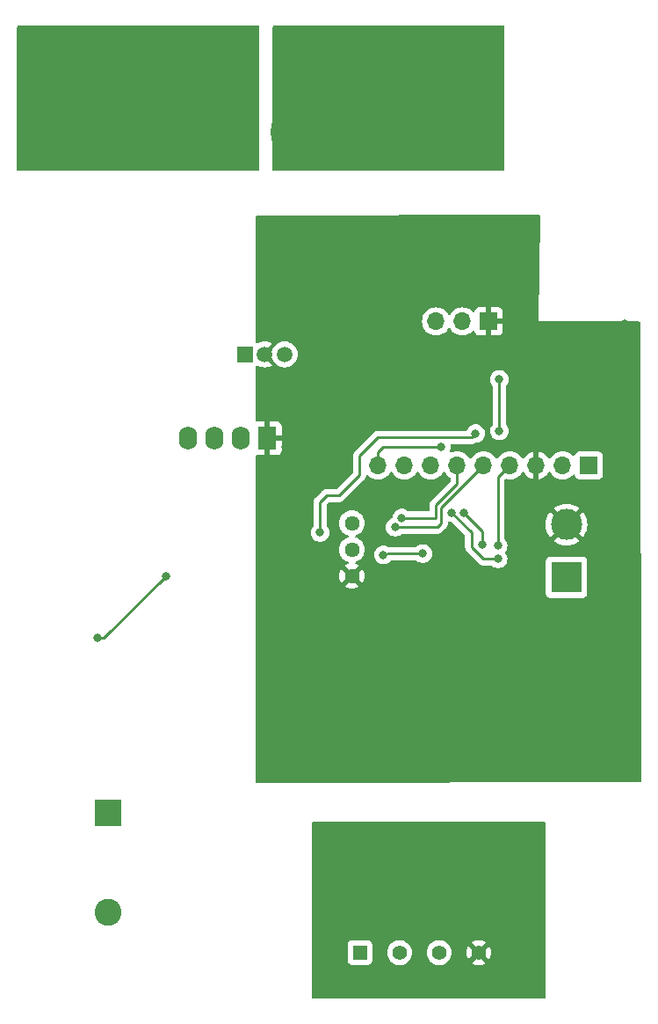
<source format=gbr>
%TF.GenerationSoftware,KiCad,Pcbnew,7.0.11-7.0.11~ubuntu20.04.1*%
%TF.CreationDate,2024-08-15T08:53:24+02:00*%
%TF.ProjectId,diyBMS_CurrentVoltage_ADS1115,64697942-4d53-45f4-9375-7272656e7456,rev?*%
%TF.SameCoordinates,Original*%
%TF.FileFunction,Copper,L2,Bot*%
%TF.FilePolarity,Positive*%
%FSLAX46Y46*%
G04 Gerber Fmt 4.6, Leading zero omitted, Abs format (unit mm)*
G04 Created by KiCad (PCBNEW 7.0.11-7.0.11~ubuntu20.04.1) date 2024-08-15 08:53:24*
%MOMM*%
%LPD*%
G01*
G04 APERTURE LIST*
G04 Aperture macros list*
%AMHorizOval*
0 Thick line with rounded ends*
0 $1 width*
0 $2 $3 position (X,Y) of the first rounded end (center of the circle)*
0 $4 $5 position (X,Y) of the second rounded end (center of the circle)*
0 Add line between two ends*
20,1,$1,$2,$3,$4,$5,0*
0 Add two circle primitives to create the rounded ends*
1,1,$1,$2,$3*
1,1,$1,$4,$5*%
G04 Aperture macros list end*
%TA.AperFunction,ComponentPad*%
%ADD10R,1.400000X1.400000*%
%TD*%
%TA.AperFunction,ComponentPad*%
%ADD11C,1.400000*%
%TD*%
%TA.AperFunction,ComponentPad*%
%ADD12R,1.700000X1.700000*%
%TD*%
%TA.AperFunction,ComponentPad*%
%ADD13O,1.700000X1.700000*%
%TD*%
%TA.AperFunction,ComponentPad*%
%ADD14C,3.200000*%
%TD*%
%TA.AperFunction,ComponentPad*%
%ADD15R,2.600000X2.600000*%
%TD*%
%TA.AperFunction,ComponentPad*%
%ADD16C,2.600000*%
%TD*%
%TA.AperFunction,ComponentPad*%
%ADD17R,1.500000X1.500000*%
%TD*%
%TA.AperFunction,ComponentPad*%
%ADD18C,1.500000*%
%TD*%
%TA.AperFunction,ComponentPad*%
%ADD19HorizOval,0.800000X0.000000X0.000000X0.000000X0.000000X0*%
%TD*%
%TA.AperFunction,ComponentPad*%
%ADD20HorizOval,0.800000X0.000000X0.000000X0.000000X0.000000X0*%
%TD*%
%TA.AperFunction,ComponentPad*%
%ADD21C,0.800000*%
%TD*%
%TA.AperFunction,ComponentPad*%
%ADD22O,9.000000X6.000000*%
%TD*%
%TA.AperFunction,ComponentPad*%
%ADD23R,3.000000X3.000000*%
%TD*%
%TA.AperFunction,ComponentPad*%
%ADD24C,3.000000*%
%TD*%
%TA.AperFunction,ComponentPad*%
%ADD25C,1.440000*%
%TD*%
%TA.AperFunction,ComponentPad*%
%ADD26R,1.750000X2.250000*%
%TD*%
%TA.AperFunction,ComponentPad*%
%ADD27O,1.750000X2.250000*%
%TD*%
%TA.AperFunction,ViaPad*%
%ADD28C,0.800000*%
%TD*%
%TA.AperFunction,Conductor*%
%ADD29C,0.250000*%
%TD*%
G04 APERTURE END LIST*
D10*
%TO.P,J3,1,Pin_1*%
%TO.N,VDD2*%
X57194000Y-96950000D03*
D11*
%TO.P,J3,2,Pin_2*%
%TO.N,A*%
X61004000Y-96950000D03*
%TO.P,J3,3,Pin_3*%
%TO.N,B*%
X64814000Y-96950000D03*
%TO.P,J3,4,Pin_4*%
%TO.N,GND2*%
X68624000Y-96950000D03*
%TD*%
D12*
%TO.P,J8,1,Pin_1*%
%TO.N,GND*%
X69596000Y-36195000D03*
D13*
%TO.P,J8,2,Pin_2*%
%TO.N,PA3*%
X67056000Y-36195000D03*
%TO.P,J8,3,Pin_3*%
%TO.N,PA4*%
X64516000Y-36195000D03*
%TD*%
D14*
%TO.P,J5,1,Pin_1*%
%TO.N,Net-(J5-Pin_1)*%
X35931000Y-9783000D03*
X31496000Y-9783000D03*
X27061000Y-9783000D03*
X35931000Y-14218000D03*
X31496000Y-14218000D03*
X27061000Y-14218000D03*
X35931000Y-18653000D03*
X31496000Y-18653000D03*
X27061000Y-18653000D03*
%TD*%
D12*
%TO.P,J2,1,Pin_1*%
%TO.N,+5V*%
X79248000Y-50038000D03*
D13*
%TO.P,J2,2,Pin_2*%
%TO.N,Net-(J2-Pin_2)*%
X76708000Y-50038000D03*
%TO.P,J2,3,Pin_3*%
%TO.N,GND*%
X74168000Y-50038000D03*
%TO.P,J2,4,Pin_4*%
%TO.N,XDIR*%
X71628000Y-50038000D03*
%TO.P,J2,5,Pin_5*%
%TO.N,SCL*%
X69088000Y-50038000D03*
%TO.P,J2,6,Pin_6*%
%TO.N,SDA*%
X66548000Y-50038000D03*
%TO.P,J2,7,Pin_7*%
%TO.N,TXD*%
X64008000Y-50038000D03*
%TO.P,J2,8,Pin_8*%
%TO.N,RXD*%
X61468000Y-50038000D03*
%TO.P,J2,9,Pin_9*%
%TO.N,PA5*%
X58928000Y-50038000D03*
%TD*%
D15*
%TO.P,J7,1,Pin_1*%
%TO.N,GND1*%
X32865000Y-83505000D03*
D16*
%TO.P,J7,2,Pin_2*%
%TO.N,Net-(J7-Pin_2)*%
X32865000Y-93025000D03*
%TD*%
D17*
%TO.P,U3,1,VCC*%
%TO.N,+5V*%
X46106000Y-39378000D03*
D18*
%TO.P,U3,2,GND*%
%TO.N,GND*%
X48016000Y-39378000D03*
%TO.P,U3,3,VIOUT*%
%TO.N,Net-(U3-VIOUT)*%
X49926000Y-39378000D03*
D19*
%TO.P,U3,4,IP+*%
%TO.N,Net-(J4-Pin_1)*%
X49066000Y-17348000D03*
D20*
X49066000Y-18608000D03*
D21*
X49816000Y-16318000D03*
X49816000Y-19638000D03*
X51016000Y-15928000D03*
X51016000Y-20028000D03*
X52346000Y-15928000D03*
X52346000Y-20028000D03*
D22*
X53016000Y-17978000D03*
D21*
X53686000Y-15928000D03*
X53686000Y-20028000D03*
X55016000Y-15928000D03*
X55016000Y-20028000D03*
X56216000Y-16318000D03*
X56216000Y-19638000D03*
X56966000Y-17348000D03*
X56966000Y-18608000D03*
%TO.P,U3,5,IP-*%
%TO.N,Net-(J5-Pin_1)*%
X39066000Y-17348000D03*
X39066000Y-18608000D03*
X39816000Y-16318000D03*
X39816000Y-19638000D03*
X41016000Y-15928000D03*
X41016000Y-20028000D03*
X42346000Y-15928000D03*
X42346000Y-20028000D03*
D22*
X43016000Y-17978000D03*
D21*
X43686000Y-15928000D03*
X43686000Y-20028000D03*
X45016000Y-15928000D03*
X45016000Y-20028000D03*
X46216000Y-16318000D03*
X46216000Y-19638000D03*
D20*
X46966000Y-17348000D03*
D19*
X46966000Y-18608000D03*
%TD*%
D23*
%TO.P,J6,1,Pin_1*%
%TO.N,+5V*%
X77089000Y-60833000D03*
D24*
%TO.P,J6,2,Pin_2*%
%TO.N,GND*%
X77089000Y-55753000D03*
%TD*%
D25*
%TO.P,RV1,1,1*%
%TO.N,+5V*%
X56406000Y-55616000D03*
%TO.P,RV1,2,2*%
%TO.N,Net-(U2-AIN3)*%
X56406000Y-58156000D03*
%TO.P,RV1,3,3*%
%TO.N,GND*%
X56406000Y-60696000D03*
%TD*%
D14*
%TO.P,J4,1,Pin_1*%
%TO.N,Net-(J4-Pin_1)*%
X68961000Y-9783000D03*
X64526000Y-9783000D03*
X60091000Y-9783000D03*
X68961000Y-14218000D03*
X64526000Y-14218000D03*
X60091000Y-14218000D03*
X68961000Y-18653000D03*
X64526000Y-18653000D03*
X60091000Y-18653000D03*
%TD*%
D26*
%TO.P,PS1,1,-Vin*%
%TO.N,GND*%
X48260000Y-47433500D03*
D27*
%TO.P,PS1,2,+Vin*%
%TO.N,+5V*%
X45720000Y-47433500D03*
%TO.P,PS1,3,-Vout*%
%TO.N,GND1*%
X43180000Y-47433500D03*
%TO.P,PS1,4,+Vout*%
%TO.N,+5VP*%
X40640000Y-47433500D03*
%TD*%
D28*
%TO.N,GND1*%
X31877000Y-66675000D03*
X38481000Y-60706000D03*
%TO.N,GND*%
X81026000Y-79502000D03*
X82677000Y-36449000D03*
X59944000Y-35560000D03*
X49022000Y-27686000D03*
X56134000Y-47752000D03*
X53340000Y-61341000D03*
X71374000Y-71374000D03*
X54864000Y-42672000D03*
X72771000Y-27178000D03*
X65532000Y-67310000D03*
X49784000Y-53848000D03*
X59690000Y-73025000D03*
X47625000Y-58928000D03*
X67310000Y-60452000D03*
X68580000Y-74676000D03*
X53848000Y-76708000D03*
X51943000Y-53086000D03*
X50038000Y-60960000D03*
X62485139Y-60567352D03*
X60452000Y-77216000D03*
X50038000Y-48260000D03*
X54991000Y-66929000D03*
%TO.N,GND2*%
X67818000Y-89408000D03*
X60706000Y-87630000D03*
%TO.N,SCL*%
X70612000Y-46736000D03*
X60579000Y-56007000D03*
X70612000Y-41783000D03*
%TO.N,SDA*%
X61214000Y-55118000D03*
%TO.N,TXD*%
X67183000Y-54610000D03*
X68961000Y-57658000D03*
%TO.N,RXD*%
X70485000Y-59055000D03*
X66040000Y-54610000D03*
%TO.N,PA5*%
X65024000Y-48260000D03*
%TO.N,ALERT*%
X53340000Y-56515000D03*
X68326000Y-46990000D03*
%TO.N,XDIR*%
X70485000Y-57785000D03*
%TO.N,Net-(U2-AIN3)*%
X59436000Y-58674000D03*
X63246000Y-58547000D03*
%TD*%
D29*
%TO.N,GND1*%
X32512000Y-66675000D02*
X38481000Y-60706000D01*
X31877000Y-66675000D02*
X32512000Y-66675000D01*
%TO.N,SCL*%
X60579000Y-56007000D02*
X64643000Y-56007000D01*
X65024000Y-55626000D02*
X65024000Y-54102000D01*
X64643000Y-56007000D02*
X65024000Y-55626000D01*
X70612000Y-41783000D02*
X70612000Y-46736000D01*
X65024000Y-54102000D02*
X69088000Y-50038000D01*
%TO.N,SDA*%
X64516000Y-55118000D02*
X61214000Y-55118000D01*
X64516000Y-53857305D02*
X64516000Y-55118000D01*
X66548000Y-50038000D02*
X66548000Y-51825305D01*
X66548000Y-51825305D02*
X64516000Y-53857305D01*
%TO.N,TXD*%
X67183000Y-54610000D02*
X68961000Y-56388000D01*
X68961000Y-56388000D02*
X68961000Y-57658000D01*
%TO.N,RXD*%
X70485000Y-59055000D02*
X69088000Y-59055000D01*
X69088000Y-59055000D02*
X67945000Y-57912000D01*
X67945000Y-57912000D02*
X67945000Y-56515000D01*
X67945000Y-56515000D02*
X66040000Y-54610000D01*
%TO.N,PA5*%
X59436000Y-48260000D02*
X65024000Y-48260000D01*
X58928000Y-50292000D02*
X58928000Y-48768000D01*
X58928000Y-48768000D02*
X59436000Y-48260000D01*
%TO.N,ALERT*%
X68326000Y-46990000D02*
X67945000Y-47371000D01*
X55155000Y-52973695D02*
X57150000Y-50978695D01*
X53340000Y-56515000D02*
X53340000Y-53594000D01*
X53340000Y-53594000D02*
X53960305Y-52973695D01*
X57150000Y-49149000D02*
X57150000Y-50927000D01*
X57150000Y-50978695D02*
X57150000Y-50927000D01*
X58928000Y-47371000D02*
X57150000Y-49149000D01*
X53960305Y-52973695D02*
X55155000Y-52973695D01*
X67945000Y-47371000D02*
X58928000Y-47371000D01*
%TO.N,XDIR*%
X70485000Y-57785000D02*
X70485000Y-51181000D01*
X70485000Y-51181000D02*
X71628000Y-50038000D01*
%TO.N,Net-(U2-AIN3)*%
X59944000Y-58547000D02*
X59436000Y-58674000D01*
X63246000Y-58547000D02*
X59944000Y-58547000D01*
%TD*%
%TA.AperFunction,Conductor*%
%TO.N,GND2*%
G36*
X75000039Y-84347685D02*
G01*
X75045794Y-84400489D01*
X75057000Y-84452000D01*
X75057000Y-101222000D01*
X75037315Y-101289039D01*
X74984511Y-101334794D01*
X74933000Y-101346000D01*
X52702000Y-101346000D01*
X52634961Y-101326315D01*
X52589206Y-101273511D01*
X52578000Y-101222000D01*
X52578000Y-97697870D01*
X55993500Y-97697870D01*
X55993501Y-97697876D01*
X55999908Y-97757483D01*
X56050202Y-97892328D01*
X56050206Y-97892335D01*
X56136452Y-98007544D01*
X56136455Y-98007547D01*
X56251664Y-98093793D01*
X56251671Y-98093797D01*
X56386517Y-98144091D01*
X56386516Y-98144091D01*
X56393444Y-98144835D01*
X56446127Y-98150500D01*
X57941872Y-98150499D01*
X58001483Y-98144091D01*
X58136331Y-98093796D01*
X58251546Y-98007546D01*
X58337796Y-97892331D01*
X58388091Y-97757483D01*
X58394500Y-97697873D01*
X58394499Y-96950000D01*
X59798357Y-96950000D01*
X59818884Y-97171535D01*
X59818885Y-97171537D01*
X59879769Y-97385523D01*
X59879775Y-97385538D01*
X59978938Y-97584683D01*
X59978943Y-97584691D01*
X60113020Y-97762238D01*
X60277437Y-97912123D01*
X60277439Y-97912125D01*
X60466595Y-98029245D01*
X60466596Y-98029245D01*
X60466599Y-98029247D01*
X60674060Y-98109618D01*
X60892757Y-98150500D01*
X60892759Y-98150500D01*
X61115241Y-98150500D01*
X61115243Y-98150500D01*
X61333940Y-98109618D01*
X61541401Y-98029247D01*
X61730562Y-97912124D01*
X61894981Y-97762236D01*
X62029058Y-97584689D01*
X62128229Y-97385528D01*
X62189115Y-97171536D01*
X62209643Y-96950000D01*
X63608357Y-96950000D01*
X63628884Y-97171535D01*
X63628885Y-97171537D01*
X63689769Y-97385523D01*
X63689775Y-97385538D01*
X63788938Y-97584683D01*
X63788943Y-97584691D01*
X63923020Y-97762238D01*
X64087437Y-97912123D01*
X64087439Y-97912125D01*
X64276595Y-98029245D01*
X64276596Y-98029245D01*
X64276599Y-98029247D01*
X64484060Y-98109618D01*
X64702757Y-98150500D01*
X64702759Y-98150500D01*
X64925241Y-98150500D01*
X64925243Y-98150500D01*
X65143940Y-98109618D01*
X65351401Y-98029247D01*
X65468278Y-97956880D01*
X67970672Y-97956880D01*
X68086821Y-98028797D01*
X68086822Y-98028798D01*
X68294195Y-98109134D01*
X68512807Y-98150000D01*
X68735193Y-98150000D01*
X68953809Y-98109133D01*
X69161168Y-98028801D01*
X69161181Y-98028795D01*
X69277326Y-97956879D01*
X68624001Y-97303553D01*
X68624000Y-97303553D01*
X67970672Y-97956879D01*
X67970672Y-97956880D01*
X65468278Y-97956880D01*
X65540562Y-97912124D01*
X65704981Y-97762236D01*
X65839058Y-97584689D01*
X65938229Y-97385528D01*
X65999115Y-97171536D01*
X66019643Y-96950000D01*
X67418859Y-96950000D01*
X67439378Y-97171439D01*
X67500240Y-97385350D01*
X67599369Y-97584428D01*
X67615137Y-97605308D01*
X67615138Y-97605308D01*
X68241145Y-96979302D01*
X68270372Y-96979302D01*
X68299047Y-97092538D01*
X68362936Y-97190327D01*
X68455115Y-97262072D01*
X68565595Y-97300000D01*
X68653005Y-97300000D01*
X68739216Y-97285614D01*
X68841947Y-97230019D01*
X68921060Y-97144079D01*
X68967982Y-97037108D01*
X68975200Y-96950000D01*
X68977553Y-96950000D01*
X69632861Y-97605308D01*
X69648631Y-97584425D01*
X69648633Y-97584422D01*
X69747759Y-97385350D01*
X69808621Y-97171439D01*
X69829141Y-96950000D01*
X69829141Y-96949999D01*
X69808621Y-96728560D01*
X69747759Y-96514649D01*
X69648635Y-96315580D01*
X69648630Y-96315572D01*
X69632860Y-96294690D01*
X68977553Y-96949999D01*
X68977553Y-96950000D01*
X68975200Y-96950000D01*
X68977628Y-96920698D01*
X68948953Y-96807462D01*
X68885064Y-96709673D01*
X68792885Y-96637928D01*
X68682405Y-96600000D01*
X68594995Y-96600000D01*
X68508784Y-96614386D01*
X68406053Y-96669981D01*
X68326940Y-96755921D01*
X68280018Y-96862892D01*
X68270372Y-96979302D01*
X68241145Y-96979302D01*
X68270447Y-96950000D01*
X67615138Y-96294691D01*
X67615137Y-96294691D01*
X67599368Y-96315574D01*
X67500240Y-96514649D01*
X67439378Y-96728560D01*
X67418859Y-96949999D01*
X67418859Y-96950000D01*
X66019643Y-96950000D01*
X65999115Y-96728464D01*
X65938229Y-96514472D01*
X65839188Y-96315572D01*
X65839061Y-96315316D01*
X65839056Y-96315308D01*
X65704979Y-96137761D01*
X65540562Y-95987876D01*
X65540560Y-95987874D01*
X65468278Y-95943119D01*
X67970671Y-95943119D01*
X68624000Y-96596447D01*
X68624001Y-96596447D01*
X69277327Y-95943119D01*
X69161178Y-95871202D01*
X69161177Y-95871201D01*
X68953804Y-95790865D01*
X68735193Y-95750000D01*
X68512807Y-95750000D01*
X68294195Y-95790865D01*
X68086824Y-95871200D01*
X68086823Y-95871201D01*
X67970671Y-95943119D01*
X65468278Y-95943119D01*
X65351404Y-95870754D01*
X65351398Y-95870752D01*
X65143940Y-95790382D01*
X64925243Y-95749500D01*
X64702757Y-95749500D01*
X64484060Y-95790382D01*
X64443219Y-95806204D01*
X64276601Y-95870752D01*
X64276595Y-95870754D01*
X64087439Y-95987874D01*
X64087437Y-95987876D01*
X63923020Y-96137761D01*
X63788943Y-96315308D01*
X63788938Y-96315316D01*
X63689775Y-96514461D01*
X63689769Y-96514476D01*
X63628885Y-96728462D01*
X63628884Y-96728464D01*
X63608357Y-96949999D01*
X63608357Y-96950000D01*
X62209643Y-96950000D01*
X62189115Y-96728464D01*
X62128229Y-96514472D01*
X62029188Y-96315572D01*
X62029061Y-96315316D01*
X62029056Y-96315308D01*
X61894979Y-96137761D01*
X61730562Y-95987876D01*
X61730560Y-95987874D01*
X61541404Y-95870754D01*
X61541398Y-95870752D01*
X61333940Y-95790382D01*
X61115243Y-95749500D01*
X60892757Y-95749500D01*
X60674060Y-95790382D01*
X60633219Y-95806204D01*
X60466601Y-95870752D01*
X60466595Y-95870754D01*
X60277439Y-95987874D01*
X60277437Y-95987876D01*
X60113020Y-96137761D01*
X59978943Y-96315308D01*
X59978938Y-96315316D01*
X59879775Y-96514461D01*
X59879769Y-96514476D01*
X59818885Y-96728462D01*
X59818884Y-96728464D01*
X59798357Y-96949999D01*
X59798357Y-96950000D01*
X58394499Y-96950000D01*
X58394499Y-96202128D01*
X58388091Y-96142517D01*
X58386318Y-96137764D01*
X58337797Y-96007671D01*
X58337793Y-96007664D01*
X58251547Y-95892455D01*
X58251544Y-95892452D01*
X58136335Y-95806206D01*
X58136328Y-95806202D01*
X58001482Y-95755908D01*
X58001483Y-95755908D01*
X57941883Y-95749501D01*
X57941881Y-95749500D01*
X57941873Y-95749500D01*
X57941864Y-95749500D01*
X56446129Y-95749500D01*
X56446123Y-95749501D01*
X56386516Y-95755908D01*
X56251671Y-95806202D01*
X56251664Y-95806206D01*
X56136455Y-95892452D01*
X56136452Y-95892455D01*
X56050206Y-96007664D01*
X56050202Y-96007671D01*
X55999908Y-96142517D01*
X55993501Y-96202116D01*
X55993501Y-96202123D01*
X55993500Y-96202135D01*
X55993500Y-97697870D01*
X52578000Y-97697870D01*
X52578000Y-84452000D01*
X52597685Y-84384961D01*
X52650489Y-84339206D01*
X52702000Y-84328000D01*
X74933000Y-84328000D01*
X75000039Y-84347685D01*
G37*
%TD.AperFunction*%
%TD*%
%TA.AperFunction,Conductor*%
%TO.N,GND*%
G36*
X74490132Y-25961259D02*
G01*
X74536067Y-26013907D01*
X74547439Y-26067339D01*
X74421999Y-36194999D01*
X74422000Y-36195000D01*
X84077355Y-36195000D01*
X84144394Y-36214685D01*
X84190149Y-36267489D01*
X84201354Y-36318645D01*
X84327644Y-80394068D01*
X84308152Y-80461163D01*
X84255479Y-80507069D01*
X84204068Y-80518422D01*
X47241423Y-80644575D01*
X47174317Y-80625120D01*
X47128382Y-80572472D01*
X47117000Y-80520576D01*
X47117000Y-62380870D01*
X75088500Y-62380870D01*
X75088501Y-62380876D01*
X75094908Y-62440483D01*
X75145202Y-62575328D01*
X75145206Y-62575335D01*
X75231452Y-62690544D01*
X75231455Y-62690547D01*
X75346664Y-62776793D01*
X75346671Y-62776797D01*
X75481517Y-62827091D01*
X75481516Y-62827091D01*
X75488444Y-62827835D01*
X75541127Y-62833500D01*
X78636872Y-62833499D01*
X78696483Y-62827091D01*
X78831331Y-62776796D01*
X78946546Y-62690546D01*
X79032796Y-62575331D01*
X79083091Y-62440483D01*
X79089500Y-62380873D01*
X79089499Y-59285128D01*
X79083091Y-59225517D01*
X79080990Y-59219885D01*
X79032797Y-59090671D01*
X79032793Y-59090664D01*
X78946547Y-58975455D01*
X78946544Y-58975452D01*
X78831335Y-58889206D01*
X78831328Y-58889202D01*
X78696482Y-58838908D01*
X78696483Y-58838908D01*
X78636883Y-58832501D01*
X78636881Y-58832500D01*
X78636873Y-58832500D01*
X78636864Y-58832500D01*
X75541129Y-58832500D01*
X75541123Y-58832501D01*
X75481516Y-58838908D01*
X75346671Y-58889202D01*
X75346664Y-58889206D01*
X75231455Y-58975452D01*
X75231452Y-58975455D01*
X75145206Y-59090664D01*
X75145202Y-59090671D01*
X75094908Y-59225517D01*
X75093001Y-59243259D01*
X75088501Y-59285123D01*
X75088500Y-59285135D01*
X75088500Y-62380870D01*
X47117000Y-62380870D01*
X47117000Y-58156001D01*
X55180838Y-58156001D01*
X55199450Y-58368741D01*
X55199452Y-58368752D01*
X55254721Y-58575022D01*
X55254723Y-58575026D01*
X55254724Y-58575030D01*
X55297171Y-58666058D01*
X55344977Y-58768578D01*
X55467472Y-58943521D01*
X55618478Y-59094527D01*
X55618481Y-59094529D01*
X55793419Y-59217021D01*
X55793421Y-59217022D01*
X55793420Y-59217022D01*
X55849680Y-59243256D01*
X55986970Y-59307276D01*
X55986983Y-59307279D01*
X55992064Y-59309130D01*
X55991390Y-59310978D01*
X56043680Y-59342857D01*
X56074204Y-59405707D01*
X56065903Y-59475082D01*
X56021413Y-59528956D01*
X55991904Y-59542432D01*
X55992236Y-59543342D01*
X55987140Y-59545197D01*
X55793671Y-59635412D01*
X55793669Y-59635413D01*
X55737969Y-59674415D01*
X55737968Y-59674415D01*
X56361600Y-60298046D01*
X56280852Y-60310835D01*
X56167955Y-60368359D01*
X56078359Y-60457955D01*
X56020835Y-60570852D01*
X56008046Y-60651599D01*
X55384415Y-60027968D01*
X55384415Y-60027969D01*
X55345413Y-60083669D01*
X55345412Y-60083671D01*
X55255197Y-60277140D01*
X55255194Y-60277146D01*
X55199945Y-60483337D01*
X55199944Y-60483345D01*
X55181340Y-60695997D01*
X55181340Y-60696002D01*
X55199944Y-60908654D01*
X55199945Y-60908662D01*
X55255194Y-61114853D01*
X55255197Y-61114859D01*
X55345413Y-61308329D01*
X55384415Y-61364030D01*
X56008046Y-60740399D01*
X56020835Y-60821148D01*
X56078359Y-60934045D01*
X56167955Y-61023641D01*
X56280852Y-61081165D01*
X56361599Y-61093953D01*
X55737968Y-61717584D01*
X55793663Y-61756582D01*
X55793669Y-61756586D01*
X55987140Y-61846802D01*
X55987146Y-61846805D01*
X56193337Y-61902054D01*
X56193345Y-61902055D01*
X56405998Y-61920660D01*
X56406002Y-61920660D01*
X56618654Y-61902055D01*
X56618662Y-61902054D01*
X56824853Y-61846805D01*
X56824864Y-61846801D01*
X57018325Y-61756589D01*
X57074030Y-61717583D01*
X56450401Y-61093953D01*
X56531148Y-61081165D01*
X56644045Y-61023641D01*
X56733641Y-60934045D01*
X56791165Y-60821148D01*
X56803953Y-60740400D01*
X57427583Y-61364029D01*
X57466589Y-61308325D01*
X57556801Y-61114864D01*
X57556805Y-61114853D01*
X57612054Y-60908662D01*
X57612055Y-60908654D01*
X57630660Y-60696002D01*
X57630660Y-60695997D01*
X57612055Y-60483345D01*
X57612054Y-60483337D01*
X57556805Y-60277146D01*
X57556802Y-60277140D01*
X57466586Y-60083669D01*
X57466582Y-60083663D01*
X57427584Y-60027968D01*
X56803953Y-60651599D01*
X56791165Y-60570852D01*
X56733641Y-60457955D01*
X56644045Y-60368359D01*
X56531148Y-60310835D01*
X56450400Y-60298046D01*
X57074030Y-59674415D01*
X57018329Y-59635413D01*
X56824859Y-59545197D01*
X56819764Y-59543342D01*
X56820455Y-59541443D01*
X56768325Y-59509667D01*
X56737797Y-59446820D01*
X56746093Y-59377444D01*
X56790579Y-59323567D01*
X56820257Y-59310014D01*
X56819936Y-59309130D01*
X56825013Y-59307280D01*
X56825030Y-59307276D01*
X57018581Y-59217021D01*
X57193519Y-59094529D01*
X57344529Y-58943519D01*
X57467021Y-58768581D01*
X57511125Y-58674000D01*
X58530540Y-58674000D01*
X58550326Y-58862256D01*
X58550327Y-58862259D01*
X58608818Y-59042277D01*
X58608821Y-59042284D01*
X58703467Y-59206216D01*
X58809131Y-59323567D01*
X58830129Y-59346888D01*
X58983265Y-59458148D01*
X58983270Y-59458151D01*
X59156192Y-59535142D01*
X59156197Y-59535144D01*
X59341354Y-59574500D01*
X59341355Y-59574500D01*
X59530644Y-59574500D01*
X59530646Y-59574500D01*
X59715803Y-59535144D01*
X59888730Y-59458151D01*
X60041871Y-59346888D01*
X60161949Y-59213527D01*
X60221436Y-59176879D01*
X60254099Y-59172500D01*
X62542252Y-59172500D01*
X62609291Y-59192185D01*
X62634400Y-59213526D01*
X62640126Y-59219885D01*
X62640130Y-59219889D01*
X62793265Y-59331148D01*
X62793270Y-59331151D01*
X62966192Y-59408142D01*
X62966197Y-59408144D01*
X63151354Y-59447500D01*
X63151355Y-59447500D01*
X63340644Y-59447500D01*
X63340646Y-59447500D01*
X63525803Y-59408144D01*
X63698730Y-59331151D01*
X63851871Y-59219888D01*
X63978533Y-59079216D01*
X64073179Y-58915284D01*
X64131674Y-58735256D01*
X64151460Y-58547000D01*
X64131674Y-58358744D01*
X64073179Y-58178716D01*
X63978533Y-58014784D01*
X63851871Y-57874112D01*
X63851870Y-57874111D01*
X63698734Y-57762851D01*
X63698729Y-57762848D01*
X63525807Y-57685857D01*
X63525802Y-57685855D01*
X63380001Y-57654865D01*
X63340646Y-57646500D01*
X63151354Y-57646500D01*
X63118897Y-57653398D01*
X62966197Y-57685855D01*
X62966192Y-57685857D01*
X62793270Y-57762848D01*
X62793265Y-57762851D01*
X62640130Y-57874110D01*
X62640126Y-57874114D01*
X62634400Y-57880474D01*
X62574913Y-57917121D01*
X62542252Y-57921500D01*
X59972584Y-57921500D01*
X59905545Y-57901815D01*
X59899698Y-57897818D01*
X59888729Y-57889848D01*
X59715807Y-57812857D01*
X59715802Y-57812855D01*
X59570001Y-57781865D01*
X59530646Y-57773500D01*
X59341354Y-57773500D01*
X59308897Y-57780398D01*
X59156197Y-57812855D01*
X59156192Y-57812857D01*
X58983270Y-57889848D01*
X58983265Y-57889851D01*
X58830129Y-58001111D01*
X58703466Y-58141785D01*
X58608821Y-58305715D01*
X58608818Y-58305722D01*
X58565195Y-58439981D01*
X58550326Y-58485744D01*
X58530540Y-58674000D01*
X57511125Y-58674000D01*
X57557276Y-58575030D01*
X57612549Y-58368747D01*
X57631162Y-58156000D01*
X57630924Y-58153284D01*
X57623532Y-58068792D01*
X57612549Y-57943253D01*
X57557276Y-57736970D01*
X57467021Y-57543419D01*
X57344529Y-57368481D01*
X57344527Y-57368478D01*
X57193521Y-57217472D01*
X57018578Y-57094977D01*
X57018579Y-57094977D01*
X56889547Y-57034809D01*
X56825030Y-57004724D01*
X56825023Y-57004722D01*
X56819936Y-57002870D01*
X56820709Y-57000746D01*
X56769305Y-56969424D01*
X56738766Y-56906581D01*
X56747050Y-56837204D01*
X56791528Y-56783320D01*
X56820315Y-56770172D01*
X56819936Y-56769130D01*
X56825013Y-56767280D01*
X56825030Y-56767276D01*
X57018581Y-56677021D01*
X57193519Y-56554529D01*
X57344529Y-56403519D01*
X57467021Y-56228581D01*
X57557276Y-56035030D01*
X57612549Y-55828747D01*
X57631162Y-55616000D01*
X57612549Y-55403253D01*
X57564211Y-55222851D01*
X57557278Y-55196977D01*
X57557277Y-55196976D01*
X57557276Y-55196970D01*
X57472380Y-55014913D01*
X57467022Y-55003421D01*
X57459725Y-54993000D01*
X57344529Y-54828481D01*
X57344527Y-54828478D01*
X57193521Y-54677472D01*
X57018578Y-54554977D01*
X57018579Y-54554977D01*
X56860564Y-54481294D01*
X56825030Y-54464724D01*
X56825026Y-54464723D01*
X56825022Y-54464721D01*
X56618752Y-54409452D01*
X56618748Y-54409451D01*
X56618747Y-54409451D01*
X56618746Y-54409450D01*
X56618741Y-54409450D01*
X56406002Y-54390838D01*
X56405998Y-54390838D01*
X56193258Y-54409450D01*
X56193247Y-54409452D01*
X55986977Y-54464721D01*
X55986968Y-54464725D01*
X55793421Y-54554977D01*
X55618478Y-54677472D01*
X55467472Y-54828478D01*
X55344977Y-55003421D01*
X55254725Y-55196968D01*
X55254721Y-55196977D01*
X55199452Y-55403247D01*
X55199450Y-55403258D01*
X55180838Y-55615998D01*
X55180838Y-55616001D01*
X55199450Y-55828741D01*
X55199452Y-55828752D01*
X55254721Y-56035022D01*
X55254723Y-56035026D01*
X55254724Y-56035030D01*
X55293004Y-56117121D01*
X55344977Y-56228578D01*
X55344978Y-56228580D01*
X55344979Y-56228581D01*
X55346820Y-56231210D01*
X55467472Y-56403521D01*
X55618478Y-56554527D01*
X55618481Y-56554529D01*
X55793419Y-56677021D01*
X55793421Y-56677022D01*
X55793420Y-56677022D01*
X55849680Y-56703256D01*
X55986970Y-56767276D01*
X55986983Y-56767279D01*
X55992064Y-56769130D01*
X55991292Y-56771250D01*
X56042710Y-56802594D01*
X56073237Y-56865442D01*
X56064939Y-56934817D01*
X56020452Y-56988693D01*
X55991685Y-57001830D01*
X55992064Y-57002870D01*
X55986972Y-57004723D01*
X55986970Y-57004724D01*
X55986968Y-57004725D01*
X55793421Y-57094977D01*
X55618478Y-57217472D01*
X55467472Y-57368478D01*
X55344977Y-57543421D01*
X55254725Y-57736968D01*
X55254721Y-57736977D01*
X55199452Y-57943247D01*
X55199450Y-57943258D01*
X55180838Y-58155998D01*
X55180838Y-58156001D01*
X47117000Y-58156001D01*
X47117000Y-56515000D01*
X52434540Y-56515000D01*
X52454326Y-56703256D01*
X52454327Y-56703259D01*
X52512818Y-56883277D01*
X52512821Y-56883284D01*
X52607467Y-57047216D01*
X52685529Y-57133912D01*
X52734129Y-57187888D01*
X52887265Y-57299148D01*
X52887270Y-57299151D01*
X53060192Y-57376142D01*
X53060197Y-57376144D01*
X53245354Y-57415500D01*
X53245355Y-57415500D01*
X53434644Y-57415500D01*
X53434646Y-57415500D01*
X53619803Y-57376144D01*
X53792730Y-57299151D01*
X53945871Y-57187888D01*
X54072533Y-57047216D01*
X54167179Y-56883284D01*
X54225674Y-56703256D01*
X54245460Y-56515000D01*
X54225674Y-56326744D01*
X54167179Y-56146716D01*
X54072533Y-55982784D01*
X54054499Y-55962755D01*
X53997350Y-55899284D01*
X53967120Y-55836292D01*
X53965500Y-55816312D01*
X53965500Y-53904452D01*
X53985185Y-53837413D01*
X54001819Y-53816771D01*
X54183076Y-53635514D01*
X54244399Y-53602029D01*
X54270757Y-53599195D01*
X55072257Y-53599195D01*
X55087877Y-53600919D01*
X55087904Y-53600634D01*
X55095660Y-53601366D01*
X55095667Y-53601368D01*
X55162873Y-53599256D01*
X55166768Y-53599195D01*
X55194346Y-53599195D01*
X55194350Y-53599195D01*
X55198324Y-53598692D01*
X55209963Y-53597775D01*
X55253627Y-53596404D01*
X55272869Y-53590812D01*
X55291912Y-53586869D01*
X55311792Y-53584359D01*
X55352401Y-53568280D01*
X55363444Y-53564498D01*
X55405390Y-53552313D01*
X55422629Y-53542117D01*
X55440103Y-53533557D01*
X55458727Y-53526183D01*
X55458727Y-53526182D01*
X55458732Y-53526181D01*
X55494083Y-53500495D01*
X55503814Y-53494103D01*
X55541420Y-53471865D01*
X55555589Y-53457694D01*
X55570379Y-53445063D01*
X55586587Y-53433289D01*
X55614438Y-53399621D01*
X55622279Y-53391004D01*
X57533788Y-51479496D01*
X57546042Y-51469681D01*
X57545859Y-51469459D01*
X57551868Y-51464486D01*
X57551877Y-51464481D01*
X57597949Y-51415417D01*
X57600566Y-51412718D01*
X57620120Y-51393166D01*
X57622576Y-51389998D01*
X57630156Y-51381122D01*
X57660062Y-51349277D01*
X57669715Y-51331715D01*
X57680389Y-51315465D01*
X57692673Y-51299631D01*
X57710019Y-51259545D01*
X57715157Y-51249057D01*
X57717088Y-51245546D01*
X57736197Y-51210787D01*
X57741177Y-51191386D01*
X57747478Y-51172983D01*
X57755438Y-51154591D01*
X57762272Y-51111436D01*
X57764635Y-51100026D01*
X57775028Y-51059550D01*
X57810767Y-50999513D01*
X57873291Y-50968329D01*
X57942750Y-50975897D01*
X57982813Y-51002709D01*
X58056599Y-51076495D01*
X58153384Y-51144265D01*
X58250165Y-51212032D01*
X58250167Y-51212033D01*
X58250170Y-51212035D01*
X58464337Y-51311903D01*
X58464343Y-51311904D01*
X58464344Y-51311905D01*
X58506383Y-51323169D01*
X58692592Y-51373063D01*
X58869034Y-51388500D01*
X58927999Y-51393659D01*
X58928000Y-51393659D01*
X58928001Y-51393659D01*
X58986966Y-51388500D01*
X59163408Y-51373063D01*
X59391663Y-51311903D01*
X59605830Y-51212035D01*
X59799401Y-51076495D01*
X59966495Y-50909401D01*
X60096425Y-50723842D01*
X60151002Y-50680217D01*
X60220500Y-50673023D01*
X60282855Y-50704546D01*
X60299575Y-50723842D01*
X60429281Y-50909082D01*
X60429505Y-50909401D01*
X60596599Y-51076495D01*
X60693384Y-51144265D01*
X60790165Y-51212032D01*
X60790167Y-51212033D01*
X60790170Y-51212035D01*
X61004337Y-51311903D01*
X61004343Y-51311904D01*
X61004344Y-51311905D01*
X61046383Y-51323169D01*
X61232592Y-51373063D01*
X61409034Y-51388500D01*
X61467999Y-51393659D01*
X61468000Y-51393659D01*
X61468001Y-51393659D01*
X61526966Y-51388500D01*
X61703408Y-51373063D01*
X61931663Y-51311903D01*
X62145830Y-51212035D01*
X62339401Y-51076495D01*
X62506495Y-50909401D01*
X62636425Y-50723842D01*
X62691002Y-50680217D01*
X62760500Y-50673023D01*
X62822855Y-50704546D01*
X62839575Y-50723842D01*
X62969281Y-50909082D01*
X62969505Y-50909401D01*
X63136599Y-51076495D01*
X63233384Y-51144265D01*
X63330165Y-51212032D01*
X63330167Y-51212033D01*
X63330170Y-51212035D01*
X63544337Y-51311903D01*
X63544343Y-51311904D01*
X63544344Y-51311905D01*
X63586383Y-51323169D01*
X63772592Y-51373063D01*
X63949034Y-51388500D01*
X64007999Y-51393659D01*
X64008000Y-51393659D01*
X64008001Y-51393659D01*
X64066966Y-51388500D01*
X64243408Y-51373063D01*
X64471663Y-51311903D01*
X64685830Y-51212035D01*
X64879401Y-51076495D01*
X65046495Y-50909401D01*
X65176425Y-50723842D01*
X65231002Y-50680217D01*
X65300500Y-50673023D01*
X65362855Y-50704546D01*
X65379575Y-50723842D01*
X65509281Y-50909082D01*
X65509505Y-50909401D01*
X65676599Y-51076495D01*
X65869624Y-51211653D01*
X65913248Y-51266228D01*
X65922500Y-51313226D01*
X65922500Y-51514851D01*
X65902815Y-51581890D01*
X65886181Y-51602532D01*
X64132208Y-53356504D01*
X64119951Y-53366325D01*
X64120134Y-53366546D01*
X64114122Y-53371519D01*
X64068098Y-53420528D01*
X64065391Y-53423321D01*
X64045889Y-53442822D01*
X64045875Y-53442839D01*
X64043407Y-53446020D01*
X64035843Y-53454875D01*
X64005937Y-53486723D01*
X64005936Y-53486725D01*
X63996284Y-53504281D01*
X63985610Y-53520531D01*
X63973329Y-53536366D01*
X63973324Y-53536373D01*
X63955975Y-53576463D01*
X63950838Y-53586949D01*
X63929803Y-53625211D01*
X63924822Y-53644612D01*
X63918521Y-53663015D01*
X63910562Y-53681407D01*
X63910561Y-53681410D01*
X63903728Y-53724548D01*
X63901360Y-53735979D01*
X63890501Y-53778276D01*
X63890500Y-53778287D01*
X63890500Y-53798321D01*
X63888973Y-53817720D01*
X63885840Y-53837499D01*
X63885840Y-53837500D01*
X63889950Y-53880979D01*
X63890500Y-53892648D01*
X63890500Y-54368500D01*
X63870815Y-54435539D01*
X63818011Y-54481294D01*
X63766500Y-54492500D01*
X61917748Y-54492500D01*
X61850709Y-54472815D01*
X61825600Y-54451474D01*
X61819873Y-54445114D01*
X61819869Y-54445110D01*
X61666734Y-54333851D01*
X61666729Y-54333848D01*
X61493807Y-54256857D01*
X61493802Y-54256855D01*
X61348001Y-54225865D01*
X61308646Y-54217500D01*
X61119354Y-54217500D01*
X61086897Y-54224398D01*
X60934197Y-54256855D01*
X60934192Y-54256857D01*
X60761270Y-54333848D01*
X60761265Y-54333851D01*
X60608129Y-54445111D01*
X60481466Y-54585785D01*
X60386821Y-54749715D01*
X60386818Y-54749722D01*
X60328327Y-54929740D01*
X60328326Y-54929744D01*
X60320054Y-55008451D01*
X60313410Y-55071661D01*
X60286825Y-55136276D01*
X60240526Y-55171978D01*
X60126267Y-55222850D01*
X60126265Y-55222851D01*
X59973129Y-55334111D01*
X59846466Y-55474785D01*
X59751821Y-55638715D01*
X59751818Y-55638722D01*
X59698800Y-55801896D01*
X59693326Y-55818744D01*
X59673540Y-56007000D01*
X59693326Y-56195256D01*
X59693327Y-56195259D01*
X59751818Y-56375277D01*
X59751821Y-56375284D01*
X59846467Y-56539216D01*
X59967401Y-56673526D01*
X59973129Y-56679888D01*
X60126265Y-56791148D01*
X60126270Y-56791151D01*
X60299192Y-56868142D01*
X60299197Y-56868144D01*
X60484354Y-56907500D01*
X60484355Y-56907500D01*
X60673644Y-56907500D01*
X60673646Y-56907500D01*
X60858803Y-56868144D01*
X61031730Y-56791151D01*
X61184871Y-56679888D01*
X61187788Y-56676647D01*
X61190600Y-56673526D01*
X61250087Y-56636879D01*
X61282748Y-56632500D01*
X64560257Y-56632500D01*
X64575877Y-56634224D01*
X64575904Y-56633939D01*
X64583660Y-56634671D01*
X64583667Y-56634673D01*
X64650873Y-56632561D01*
X64654768Y-56632500D01*
X64682346Y-56632500D01*
X64682350Y-56632500D01*
X64686324Y-56631997D01*
X64697963Y-56631080D01*
X64741627Y-56629709D01*
X64760869Y-56624117D01*
X64779912Y-56620174D01*
X64799792Y-56617664D01*
X64840401Y-56601585D01*
X64851444Y-56597803D01*
X64893390Y-56585618D01*
X64910629Y-56575422D01*
X64928103Y-56566862D01*
X64946727Y-56559488D01*
X64946727Y-56559487D01*
X64946732Y-56559486D01*
X64982083Y-56533800D01*
X64991814Y-56527408D01*
X65029420Y-56505170D01*
X65043586Y-56491003D01*
X65058381Y-56478368D01*
X65074584Y-56466596D01*
X65074583Y-56466596D01*
X65074587Y-56466594D01*
X65102437Y-56432928D01*
X65110279Y-56424310D01*
X65407785Y-56126803D01*
X65420041Y-56116987D01*
X65419858Y-56116765D01*
X65425870Y-56111790D01*
X65425877Y-56111786D01*
X65471949Y-56062722D01*
X65474566Y-56060023D01*
X65494120Y-56040471D01*
X65496576Y-56037303D01*
X65504156Y-56028427D01*
X65534062Y-55996582D01*
X65543713Y-55979024D01*
X65554396Y-55962761D01*
X65566673Y-55946936D01*
X65584021Y-55906844D01*
X65589151Y-55896371D01*
X65610197Y-55858092D01*
X65615180Y-55838680D01*
X65621481Y-55820280D01*
X65629437Y-55801896D01*
X65636270Y-55758748D01*
X65638633Y-55747338D01*
X65649500Y-55705019D01*
X65649500Y-55684983D01*
X65651027Y-55665582D01*
X65654160Y-55645803D01*
X65654160Y-55645800D01*
X65651023Y-55612620D01*
X65664309Y-55544025D01*
X65712572Y-55493503D01*
X65780488Y-55477094D01*
X65800251Y-55479657D01*
X65945354Y-55510500D01*
X66004548Y-55510500D01*
X66071587Y-55530185D01*
X66092229Y-55546819D01*
X67283181Y-56737771D01*
X67316666Y-56799094D01*
X67319500Y-56825452D01*
X67319500Y-57829255D01*
X67317775Y-57844872D01*
X67318061Y-57844899D01*
X67317326Y-57852665D01*
X67319439Y-57919872D01*
X67319500Y-57923767D01*
X67319500Y-57951357D01*
X67320003Y-57955335D01*
X67320918Y-57966967D01*
X67322290Y-58010624D01*
X67322291Y-58010627D01*
X67327880Y-58029867D01*
X67331824Y-58048911D01*
X67334336Y-58068792D01*
X67350414Y-58109403D01*
X67354197Y-58120452D01*
X67364525Y-58156001D01*
X67366382Y-58162390D01*
X67376040Y-58178722D01*
X67376580Y-58179634D01*
X67385138Y-58197103D01*
X67392514Y-58215732D01*
X67418181Y-58251060D01*
X67424593Y-58260821D01*
X67446828Y-58298417D01*
X67446833Y-58298424D01*
X67460990Y-58312580D01*
X67473628Y-58327376D01*
X67480640Y-58337028D01*
X67485406Y-58343587D01*
X67515812Y-58368741D01*
X67519057Y-58371425D01*
X67527698Y-58379288D01*
X68587197Y-59438788D01*
X68597022Y-59451051D01*
X68597243Y-59450869D01*
X68602211Y-59456874D01*
X68602213Y-59456876D01*
X68602214Y-59456877D01*
X68603571Y-59458151D01*
X68651222Y-59502899D01*
X68654021Y-59505612D01*
X68673522Y-59525114D01*
X68673526Y-59525117D01*
X68673529Y-59525120D01*
X68676702Y-59527581D01*
X68685574Y-59535159D01*
X68717418Y-59565062D01*
X68734976Y-59574714D01*
X68751235Y-59585395D01*
X68767064Y-59597673D01*
X68807155Y-59615021D01*
X68817626Y-59620151D01*
X68840180Y-59632550D01*
X68855902Y-59641194D01*
X68855904Y-59641195D01*
X68855908Y-59641197D01*
X68875316Y-59646180D01*
X68893719Y-59652481D01*
X68912101Y-59660436D01*
X68912102Y-59660436D01*
X68912104Y-59660437D01*
X68955250Y-59667270D01*
X68966672Y-59669636D01*
X69008981Y-59680500D01*
X69029016Y-59680500D01*
X69048414Y-59682026D01*
X69068194Y-59685159D01*
X69068195Y-59685160D01*
X69068195Y-59685159D01*
X69068196Y-59685160D01*
X69111675Y-59681050D01*
X69123344Y-59680500D01*
X69781252Y-59680500D01*
X69848291Y-59700185D01*
X69873400Y-59721526D01*
X69879126Y-59727885D01*
X69879130Y-59727889D01*
X70032265Y-59839148D01*
X70032270Y-59839151D01*
X70205192Y-59916142D01*
X70205197Y-59916144D01*
X70390354Y-59955500D01*
X70390355Y-59955500D01*
X70579644Y-59955500D01*
X70579646Y-59955500D01*
X70764803Y-59916144D01*
X70937730Y-59839151D01*
X71090871Y-59727888D01*
X71217533Y-59587216D01*
X71312179Y-59423284D01*
X71370674Y-59243256D01*
X71390460Y-59055000D01*
X71370674Y-58866744D01*
X71312179Y-58686716D01*
X71217533Y-58522784D01*
X71199693Y-58502971D01*
X71169464Y-58439981D01*
X71178089Y-58370646D01*
X71199694Y-58337028D01*
X71217533Y-58317216D01*
X71312179Y-58153284D01*
X71370674Y-57973256D01*
X71390460Y-57785000D01*
X71370674Y-57596744D01*
X71312179Y-57416716D01*
X71217533Y-57252784D01*
X71185737Y-57217471D01*
X71142350Y-57169284D01*
X71112120Y-57106292D01*
X71110500Y-57086312D01*
X71110500Y-55753001D01*
X75083891Y-55753001D01*
X75104300Y-56038362D01*
X75165109Y-56317895D01*
X75265091Y-56585958D01*
X75402191Y-56837038D01*
X75402196Y-56837046D01*
X75508882Y-56979561D01*
X75508883Y-56979562D01*
X76404195Y-56084250D01*
X76426340Y-56135587D01*
X76532433Y-56278094D01*
X76668530Y-56392294D01*
X76758216Y-56437335D01*
X75862436Y-57333115D01*
X76004960Y-57439807D01*
X76004961Y-57439808D01*
X76256042Y-57576908D01*
X76256041Y-57576908D01*
X76524104Y-57676890D01*
X76803637Y-57737699D01*
X77088999Y-57758109D01*
X77089001Y-57758109D01*
X77374362Y-57737699D01*
X77653895Y-57676890D01*
X77921958Y-57576908D01*
X78173047Y-57439803D01*
X78315561Y-57333116D01*
X78315562Y-57333115D01*
X77422748Y-56440300D01*
X77432409Y-56436784D01*
X77580844Y-56339157D01*
X77702764Y-56209930D01*
X77774768Y-56085215D01*
X78669115Y-56979562D01*
X78669116Y-56979561D01*
X78775803Y-56837047D01*
X78912908Y-56585958D01*
X79012890Y-56317895D01*
X79073699Y-56038362D01*
X79094109Y-55753001D01*
X79094109Y-55752998D01*
X79073699Y-55467637D01*
X79012890Y-55188104D01*
X78912908Y-54920041D01*
X78775808Y-54668961D01*
X78775807Y-54668960D01*
X78669115Y-54526436D01*
X77773803Y-55421747D01*
X77751660Y-55370413D01*
X77645567Y-55227906D01*
X77509470Y-55113706D01*
X77419782Y-55068663D01*
X78315562Y-54172883D01*
X78315561Y-54172882D01*
X78173046Y-54066196D01*
X78173038Y-54066191D01*
X77921957Y-53929091D01*
X77921958Y-53929091D01*
X77653895Y-53829109D01*
X77374362Y-53768300D01*
X77089001Y-53747891D01*
X77088999Y-53747891D01*
X76803637Y-53768300D01*
X76524104Y-53829109D01*
X76256041Y-53929091D01*
X76004961Y-54066191D01*
X76004953Y-54066196D01*
X75862437Y-54172882D01*
X75862436Y-54172883D01*
X76755252Y-55065699D01*
X76745591Y-55069216D01*
X76597156Y-55166843D01*
X76475236Y-55296070D01*
X76403231Y-55420784D01*
X75508883Y-54526436D01*
X75508882Y-54526437D01*
X75402196Y-54668953D01*
X75402191Y-54668961D01*
X75265091Y-54920041D01*
X75165109Y-55188104D01*
X75104300Y-55467637D01*
X75083891Y-55752998D01*
X75083891Y-55753001D01*
X71110500Y-55753001D01*
X71110500Y-51491452D01*
X71130185Y-51424413D01*
X71146819Y-51403771D01*
X71172353Y-51378237D01*
X71233676Y-51344752D01*
X71292125Y-51346142D01*
X71392592Y-51373063D01*
X71569034Y-51388500D01*
X71627999Y-51393659D01*
X71628000Y-51393659D01*
X71628001Y-51393659D01*
X71686966Y-51388500D01*
X71863408Y-51373063D01*
X72091663Y-51311903D01*
X72305830Y-51212035D01*
X72499401Y-51076495D01*
X72666495Y-50909401D01*
X72796730Y-50723405D01*
X72851307Y-50679781D01*
X72920805Y-50672587D01*
X72983160Y-50704110D01*
X72999879Y-50723405D01*
X73129890Y-50909078D01*
X73296917Y-51076105D01*
X73490421Y-51211600D01*
X73704507Y-51311429D01*
X73704516Y-51311433D01*
X73918000Y-51368634D01*
X73918000Y-50473501D01*
X74025685Y-50522680D01*
X74132237Y-50538000D01*
X74203763Y-50538000D01*
X74310315Y-50522680D01*
X74418000Y-50473501D01*
X74418000Y-51368633D01*
X74631483Y-51311433D01*
X74631492Y-51311429D01*
X74845578Y-51211600D01*
X75039082Y-51076105D01*
X75206105Y-50909082D01*
X75336119Y-50723405D01*
X75390696Y-50679781D01*
X75460195Y-50672588D01*
X75522549Y-50704110D01*
X75539269Y-50723405D01*
X75669505Y-50909401D01*
X75836599Y-51076495D01*
X75933384Y-51144265D01*
X76030165Y-51212032D01*
X76030167Y-51212033D01*
X76030170Y-51212035D01*
X76244337Y-51311903D01*
X76244343Y-51311904D01*
X76244344Y-51311905D01*
X76286383Y-51323169D01*
X76472592Y-51373063D01*
X76649034Y-51388500D01*
X76707999Y-51393659D01*
X76708000Y-51393659D01*
X76708001Y-51393659D01*
X76766966Y-51388500D01*
X76943408Y-51373063D01*
X77171663Y-51311903D01*
X77385830Y-51212035D01*
X77579401Y-51076495D01*
X77701329Y-50954566D01*
X77762648Y-50921084D01*
X77832340Y-50926068D01*
X77888274Y-50967939D01*
X77905189Y-50998917D01*
X77954202Y-51130328D01*
X77954206Y-51130335D01*
X78040452Y-51245544D01*
X78040455Y-51245547D01*
X78155664Y-51331793D01*
X78155671Y-51331797D01*
X78290517Y-51382091D01*
X78290516Y-51382091D01*
X78297444Y-51382835D01*
X78350127Y-51388500D01*
X80145872Y-51388499D01*
X80205483Y-51382091D01*
X80340331Y-51331796D01*
X80455546Y-51245546D01*
X80541796Y-51130331D01*
X80592091Y-50995483D01*
X80598500Y-50935873D01*
X80598499Y-49140128D01*
X80592091Y-49080517D01*
X80590810Y-49077083D01*
X80541797Y-48945671D01*
X80541793Y-48945664D01*
X80455547Y-48830455D01*
X80455544Y-48830452D01*
X80340335Y-48744206D01*
X80340328Y-48744202D01*
X80205482Y-48693908D01*
X80205483Y-48693908D01*
X80145883Y-48687501D01*
X80145881Y-48687500D01*
X80145873Y-48687500D01*
X80145864Y-48687500D01*
X78350129Y-48687500D01*
X78350123Y-48687501D01*
X78290516Y-48693908D01*
X78155671Y-48744202D01*
X78155664Y-48744206D01*
X78040455Y-48830452D01*
X78040452Y-48830455D01*
X77954206Y-48945664D01*
X77954203Y-48945669D01*
X77905189Y-49077083D01*
X77863317Y-49133016D01*
X77797853Y-49157433D01*
X77729580Y-49142581D01*
X77701326Y-49121430D01*
X77579402Y-48999506D01*
X77579395Y-48999501D01*
X77385834Y-48863967D01*
X77385830Y-48863965D01*
X77385828Y-48863964D01*
X77171663Y-48764097D01*
X77171659Y-48764096D01*
X77171655Y-48764094D01*
X76943413Y-48702938D01*
X76943403Y-48702936D01*
X76708001Y-48682341D01*
X76707999Y-48682341D01*
X76472596Y-48702936D01*
X76472586Y-48702938D01*
X76244344Y-48764094D01*
X76244335Y-48764098D01*
X76030171Y-48863964D01*
X76030169Y-48863965D01*
X75836597Y-48999505D01*
X75669508Y-49166594D01*
X75539269Y-49352595D01*
X75484692Y-49396219D01*
X75415193Y-49403412D01*
X75352839Y-49371890D01*
X75336119Y-49352594D01*
X75206113Y-49166926D01*
X75206108Y-49166920D01*
X75039082Y-48999894D01*
X74845578Y-48864399D01*
X74631492Y-48764570D01*
X74631486Y-48764567D01*
X74418000Y-48707364D01*
X74418000Y-49602498D01*
X74310315Y-49553320D01*
X74203763Y-49538000D01*
X74132237Y-49538000D01*
X74025685Y-49553320D01*
X73918000Y-49602498D01*
X73918000Y-48707364D01*
X73917999Y-48707364D01*
X73704513Y-48764567D01*
X73704507Y-48764570D01*
X73490422Y-48864399D01*
X73490420Y-48864400D01*
X73296926Y-48999886D01*
X73296920Y-48999891D01*
X73129891Y-49166920D01*
X73129890Y-49166922D01*
X72999880Y-49352595D01*
X72945303Y-49396219D01*
X72875804Y-49403412D01*
X72813450Y-49371890D01*
X72796730Y-49352594D01*
X72666494Y-49166597D01*
X72499402Y-48999506D01*
X72499395Y-48999501D01*
X72305834Y-48863967D01*
X72305830Y-48863965D01*
X72305828Y-48863964D01*
X72091663Y-48764097D01*
X72091659Y-48764096D01*
X72091655Y-48764094D01*
X71863413Y-48702938D01*
X71863403Y-48702936D01*
X71628001Y-48682341D01*
X71627999Y-48682341D01*
X71392596Y-48702936D01*
X71392586Y-48702938D01*
X71164344Y-48764094D01*
X71164335Y-48764098D01*
X70950171Y-48863964D01*
X70950169Y-48863965D01*
X70756597Y-48999505D01*
X70589505Y-49166597D01*
X70459575Y-49352158D01*
X70404998Y-49395783D01*
X70335500Y-49402977D01*
X70273145Y-49371454D01*
X70256425Y-49352158D01*
X70126494Y-49166597D01*
X69959402Y-48999506D01*
X69959395Y-48999501D01*
X69765834Y-48863967D01*
X69765830Y-48863965D01*
X69765828Y-48863964D01*
X69551663Y-48764097D01*
X69551659Y-48764096D01*
X69551655Y-48764094D01*
X69323413Y-48702938D01*
X69323403Y-48702936D01*
X69088001Y-48682341D01*
X69087999Y-48682341D01*
X68852596Y-48702936D01*
X68852586Y-48702938D01*
X68624344Y-48764094D01*
X68624335Y-48764098D01*
X68410171Y-48863964D01*
X68410169Y-48863965D01*
X68216597Y-48999505D01*
X68049505Y-49166597D01*
X67919575Y-49352158D01*
X67864998Y-49395783D01*
X67795500Y-49402977D01*
X67733145Y-49371454D01*
X67716425Y-49352158D01*
X67586494Y-49166597D01*
X67419402Y-48999506D01*
X67419395Y-48999501D01*
X67225834Y-48863967D01*
X67225830Y-48863965D01*
X67225828Y-48863964D01*
X67011663Y-48764097D01*
X67011659Y-48764096D01*
X67011655Y-48764094D01*
X66783413Y-48702938D01*
X66783403Y-48702936D01*
X66548001Y-48682341D01*
X66547999Y-48682341D01*
X66312596Y-48702936D01*
X66312586Y-48702938D01*
X66084344Y-48764094D01*
X66084330Y-48764099D01*
X66014356Y-48796729D01*
X65945279Y-48807221D01*
X65881495Y-48778701D01*
X65843256Y-48720224D01*
X65842702Y-48650357D01*
X65848677Y-48633900D01*
X65851170Y-48628298D01*
X65851179Y-48628284D01*
X65909674Y-48448256D01*
X65929460Y-48260000D01*
X65916160Y-48133459D01*
X65928730Y-48064732D01*
X65976462Y-48013708D01*
X66039481Y-47996500D01*
X67862257Y-47996500D01*
X67877877Y-47998224D01*
X67877904Y-47997939D01*
X67885660Y-47998671D01*
X67885667Y-47998673D01*
X67952873Y-47996561D01*
X67956768Y-47996500D01*
X67984346Y-47996500D01*
X67984350Y-47996500D01*
X67988324Y-47995997D01*
X67999963Y-47995080D01*
X68043627Y-47993709D01*
X68062869Y-47988117D01*
X68081912Y-47984174D01*
X68101792Y-47981664D01*
X68142401Y-47965585D01*
X68153444Y-47961803D01*
X68195390Y-47949618D01*
X68212629Y-47939422D01*
X68230103Y-47930862D01*
X68248729Y-47923487D01*
X68248728Y-47923487D01*
X68248732Y-47923486D01*
X68261536Y-47914182D01*
X68327342Y-47890702D01*
X68334423Y-47890500D01*
X68420644Y-47890500D01*
X68420646Y-47890500D01*
X68605803Y-47851144D01*
X68778730Y-47774151D01*
X68931871Y-47662888D01*
X69058533Y-47522216D01*
X69153179Y-47358284D01*
X69211674Y-47178256D01*
X69231460Y-46990000D01*
X69211674Y-46801744D01*
X69190312Y-46736000D01*
X69706540Y-46736000D01*
X69726326Y-46924256D01*
X69726327Y-46924259D01*
X69784818Y-47104277D01*
X69784821Y-47104284D01*
X69879467Y-47268216D01*
X69928898Y-47323114D01*
X70006129Y-47408888D01*
X70159265Y-47520148D01*
X70159270Y-47520151D01*
X70332192Y-47597142D01*
X70332197Y-47597144D01*
X70517354Y-47636500D01*
X70517355Y-47636500D01*
X70706644Y-47636500D01*
X70706646Y-47636500D01*
X70891803Y-47597144D01*
X71064730Y-47520151D01*
X71217871Y-47408888D01*
X71344533Y-47268216D01*
X71439179Y-47104284D01*
X71497674Y-46924256D01*
X71517460Y-46736000D01*
X71497674Y-46547744D01*
X71439179Y-46367716D01*
X71344533Y-46203784D01*
X71342134Y-46201120D01*
X71269350Y-46120284D01*
X71239120Y-46057292D01*
X71237500Y-46037312D01*
X71237500Y-42481687D01*
X71257185Y-42414648D01*
X71269350Y-42398715D01*
X71287891Y-42378122D01*
X71344533Y-42315216D01*
X71439179Y-42151284D01*
X71497674Y-41971256D01*
X71517460Y-41783000D01*
X71497674Y-41594744D01*
X71439179Y-41414716D01*
X71344533Y-41250784D01*
X71217871Y-41110112D01*
X71217870Y-41110111D01*
X71064734Y-40998851D01*
X71064729Y-40998848D01*
X70891807Y-40921857D01*
X70891802Y-40921855D01*
X70746001Y-40890865D01*
X70706646Y-40882500D01*
X70517354Y-40882500D01*
X70484897Y-40889398D01*
X70332197Y-40921855D01*
X70332192Y-40921857D01*
X70159270Y-40998848D01*
X70159265Y-40998851D01*
X70006129Y-41110111D01*
X69879466Y-41250785D01*
X69784821Y-41414715D01*
X69784818Y-41414722D01*
X69726327Y-41594740D01*
X69726326Y-41594744D01*
X69706540Y-41783000D01*
X69726326Y-41971256D01*
X69726327Y-41971259D01*
X69784818Y-42151277D01*
X69784821Y-42151284D01*
X69879467Y-42315216D01*
X69922772Y-42363310D01*
X69954650Y-42398715D01*
X69984880Y-42461706D01*
X69986500Y-42481687D01*
X69986500Y-46037312D01*
X69966815Y-46104351D01*
X69954650Y-46120284D01*
X69879466Y-46203784D01*
X69784821Y-46367715D01*
X69784818Y-46367722D01*
X69726327Y-46547740D01*
X69726326Y-46547744D01*
X69706540Y-46736000D01*
X69190312Y-46736000D01*
X69153179Y-46621716D01*
X69058533Y-46457784D01*
X68931871Y-46317112D01*
X68931870Y-46317111D01*
X68778734Y-46205851D01*
X68778729Y-46205848D01*
X68605807Y-46128857D01*
X68605802Y-46128855D01*
X68460001Y-46097865D01*
X68420646Y-46089500D01*
X68231354Y-46089500D01*
X68198897Y-46096398D01*
X68046197Y-46128855D01*
X68046192Y-46128857D01*
X67873270Y-46205848D01*
X67873265Y-46205851D01*
X67720129Y-46317111D01*
X67593466Y-46457785D01*
X67498821Y-46621715D01*
X67498817Y-46621724D01*
X67486441Y-46659817D01*
X67447004Y-46717493D01*
X67382646Y-46744692D01*
X67368510Y-46745500D01*
X59010743Y-46745500D01*
X58995122Y-46743775D01*
X58995095Y-46744061D01*
X58987333Y-46743326D01*
X58920113Y-46745439D01*
X58916219Y-46745500D01*
X58888650Y-46745500D01*
X58884673Y-46746002D01*
X58873042Y-46746917D01*
X58829374Y-46748289D01*
X58829368Y-46748290D01*
X58810126Y-46753880D01*
X58791087Y-46757823D01*
X58771217Y-46760334D01*
X58771203Y-46760337D01*
X58730598Y-46776413D01*
X58719554Y-46780194D01*
X58677614Y-46792379D01*
X58677610Y-46792381D01*
X58660366Y-46802579D01*
X58642905Y-46811133D01*
X58624274Y-46818510D01*
X58624262Y-46818517D01*
X58588933Y-46844185D01*
X58579173Y-46850596D01*
X58541580Y-46872829D01*
X58527414Y-46886995D01*
X58512624Y-46899627D01*
X58496414Y-46911404D01*
X58496411Y-46911407D01*
X58468573Y-46945058D01*
X58460711Y-46953697D01*
X56766208Y-48648199D01*
X56753951Y-48658020D01*
X56754134Y-48658241D01*
X56748122Y-48663214D01*
X56702098Y-48712223D01*
X56699391Y-48715016D01*
X56679889Y-48734517D01*
X56679875Y-48734534D01*
X56677407Y-48737715D01*
X56669843Y-48746570D01*
X56639937Y-48778418D01*
X56639936Y-48778420D01*
X56630284Y-48795976D01*
X56619610Y-48812226D01*
X56607329Y-48828061D01*
X56607324Y-48828068D01*
X56589975Y-48868158D01*
X56584838Y-48878644D01*
X56563803Y-48916906D01*
X56558822Y-48936307D01*
X56552521Y-48954710D01*
X56544562Y-48973102D01*
X56544561Y-48973105D01*
X56537728Y-49016243D01*
X56535360Y-49027674D01*
X56524501Y-49069971D01*
X56524500Y-49069982D01*
X56524500Y-49090016D01*
X56522973Y-49109415D01*
X56519840Y-49129194D01*
X56519840Y-49129195D01*
X56523950Y-49172674D01*
X56524500Y-49184343D01*
X56524500Y-50668242D01*
X56504815Y-50735281D01*
X56488181Y-50755923D01*
X54932228Y-52311876D01*
X54870905Y-52345361D01*
X54844547Y-52348195D01*
X54043048Y-52348195D01*
X54027427Y-52346470D01*
X54027400Y-52346756D01*
X54019638Y-52346021D01*
X53952418Y-52348134D01*
X53948524Y-52348195D01*
X53920955Y-52348195D01*
X53916978Y-52348697D01*
X53905347Y-52349612D01*
X53861679Y-52350984D01*
X53861673Y-52350985D01*
X53842431Y-52356575D01*
X53823392Y-52360518D01*
X53803522Y-52363029D01*
X53803508Y-52363032D01*
X53762903Y-52379108D01*
X53751859Y-52382889D01*
X53709919Y-52395074D01*
X53709915Y-52395076D01*
X53692671Y-52405274D01*
X53675210Y-52413828D01*
X53656579Y-52421205D01*
X53656567Y-52421212D01*
X53621238Y-52446880D01*
X53611478Y-52453291D01*
X53573885Y-52475524D01*
X53559719Y-52489690D01*
X53544929Y-52502322D01*
X53528719Y-52514099D01*
X53528716Y-52514102D01*
X53500878Y-52547753D01*
X53493016Y-52556392D01*
X52956208Y-53093199D01*
X52943951Y-53103020D01*
X52944134Y-53103241D01*
X52938122Y-53108214D01*
X52892098Y-53157223D01*
X52889391Y-53160016D01*
X52869889Y-53179517D01*
X52869875Y-53179534D01*
X52867407Y-53182715D01*
X52859843Y-53191570D01*
X52829937Y-53223418D01*
X52829936Y-53223420D01*
X52820284Y-53240976D01*
X52809610Y-53257226D01*
X52797329Y-53273061D01*
X52797324Y-53273068D01*
X52779975Y-53313158D01*
X52774838Y-53323644D01*
X52753803Y-53361906D01*
X52748822Y-53381307D01*
X52742521Y-53399710D01*
X52734562Y-53418102D01*
X52734561Y-53418105D01*
X52727728Y-53461243D01*
X52725360Y-53472674D01*
X52714501Y-53514971D01*
X52714500Y-53514982D01*
X52714500Y-53535016D01*
X52712973Y-53554415D01*
X52709840Y-53574194D01*
X52709840Y-53574195D01*
X52713950Y-53617674D01*
X52714500Y-53629343D01*
X52714500Y-55816312D01*
X52694815Y-55883351D01*
X52682650Y-55899284D01*
X52607466Y-55982784D01*
X52512821Y-56146715D01*
X52512818Y-56146722D01*
X52457201Y-56317895D01*
X52454326Y-56326744D01*
X52434540Y-56515000D01*
X47117000Y-56515000D01*
X47117000Y-49170782D01*
X47136685Y-49103743D01*
X47189489Y-49057988D01*
X47258647Y-49048044D01*
X47269924Y-49050927D01*
X47270070Y-49050313D01*
X47277627Y-49052098D01*
X47337155Y-49058499D01*
X47337172Y-49058500D01*
X48010000Y-49058500D01*
X48010000Y-47910553D01*
X48043846Y-47931136D01*
X48186122Y-47971000D01*
X48296764Y-47971000D01*
X48406379Y-47955934D01*
X48510000Y-47910925D01*
X48510000Y-49058500D01*
X49182828Y-49058500D01*
X49182844Y-49058499D01*
X49242372Y-49052098D01*
X49242379Y-49052096D01*
X49377086Y-49001854D01*
X49377093Y-49001850D01*
X49492187Y-48915690D01*
X49492190Y-48915687D01*
X49578350Y-48800593D01*
X49578354Y-48800586D01*
X49628596Y-48665879D01*
X49628598Y-48665872D01*
X49634999Y-48606344D01*
X49635000Y-48606327D01*
X49635000Y-47683500D01*
X48741450Y-47683500D01*
X48741725Y-47683110D01*
X48791205Y-47543886D01*
X48801288Y-47396475D01*
X48771226Y-47251810D01*
X48735831Y-47183500D01*
X49635000Y-47183500D01*
X49635000Y-46260672D01*
X49634999Y-46260655D01*
X49628598Y-46201127D01*
X49628596Y-46201120D01*
X49578354Y-46066413D01*
X49578350Y-46066406D01*
X49492190Y-45951312D01*
X49492187Y-45951309D01*
X49377093Y-45865149D01*
X49377086Y-45865145D01*
X49242379Y-45814903D01*
X49242372Y-45814901D01*
X49182844Y-45808500D01*
X48510000Y-45808500D01*
X48510000Y-46956446D01*
X48476154Y-46935864D01*
X48333878Y-46896000D01*
X48223236Y-46896000D01*
X48113621Y-46911066D01*
X48010000Y-46956074D01*
X48010000Y-45808500D01*
X47337155Y-45808500D01*
X47277627Y-45814901D01*
X47270070Y-45816687D01*
X47269314Y-45813488D01*
X47214547Y-45817363D01*
X47153250Y-45783830D01*
X47119813Y-45722481D01*
X47117000Y-45696217D01*
X47117000Y-40619889D01*
X47136685Y-40552850D01*
X47166688Y-40520623D01*
X47213546Y-40485546D01*
X47213548Y-40485542D01*
X47219817Y-40479275D01*
X47221233Y-40480691D01*
X47267934Y-40445721D01*
X47337625Y-40440727D01*
X47382411Y-40460324D01*
X47388613Y-40464667D01*
X47586840Y-40557101D01*
X47586849Y-40557105D01*
X47798105Y-40613710D01*
X47798115Y-40613712D01*
X48015999Y-40632775D01*
X48016001Y-40632775D01*
X48233884Y-40613712D01*
X48233894Y-40613710D01*
X48445150Y-40557105D01*
X48445164Y-40557100D01*
X48643383Y-40464669D01*
X48643385Y-40464668D01*
X48705570Y-40421124D01*
X48060399Y-39775953D01*
X48141148Y-39763165D01*
X48254045Y-39705641D01*
X48343641Y-39616045D01*
X48401165Y-39503148D01*
X48413953Y-39422400D01*
X48703729Y-39712176D01*
X48735822Y-39767762D01*
X48746423Y-39807326D01*
X48746424Y-39807329D01*
X48838897Y-40005638D01*
X48838898Y-40005639D01*
X48964402Y-40184877D01*
X49119123Y-40339598D01*
X49298361Y-40465102D01*
X49496670Y-40557575D01*
X49708023Y-40614207D01*
X49890926Y-40630208D01*
X49925998Y-40633277D01*
X49926000Y-40633277D01*
X49926002Y-40633277D01*
X49954254Y-40630805D01*
X50143977Y-40614207D01*
X50355330Y-40557575D01*
X50553639Y-40465102D01*
X50732877Y-40339598D01*
X50887598Y-40184877D01*
X51013102Y-40005639D01*
X51105575Y-39807330D01*
X51162207Y-39595977D01*
X51181277Y-39378000D01*
X51162207Y-39160023D01*
X51105575Y-38948670D01*
X51013102Y-38750362D01*
X51013100Y-38750359D01*
X51013099Y-38750357D01*
X50887599Y-38571124D01*
X50836992Y-38520517D01*
X50732877Y-38416402D01*
X50592352Y-38318005D01*
X50553638Y-38290897D01*
X50454484Y-38244661D01*
X50355330Y-38198425D01*
X50355326Y-38198424D01*
X50355322Y-38198422D01*
X50143977Y-38141793D01*
X49926002Y-38122723D01*
X49925998Y-38122723D01*
X49798140Y-38133909D01*
X49708023Y-38141793D01*
X49708020Y-38141793D01*
X49496677Y-38198422D01*
X49496668Y-38198426D01*
X49298361Y-38290898D01*
X49298357Y-38290900D01*
X49119121Y-38416402D01*
X48964402Y-38571121D01*
X48838900Y-38750357D01*
X48838898Y-38750361D01*
X48746425Y-38948669D01*
X48735822Y-38988238D01*
X48703729Y-39043822D01*
X48413953Y-39333598D01*
X48401165Y-39252852D01*
X48343641Y-39139955D01*
X48254045Y-39050359D01*
X48141148Y-38992835D01*
X48060400Y-38980046D01*
X48705571Y-38334874D01*
X48643387Y-38291333D01*
X48445159Y-38198898D01*
X48445150Y-38198894D01*
X48233894Y-38142289D01*
X48233884Y-38142287D01*
X48016001Y-38123225D01*
X48015999Y-38123225D01*
X47798115Y-38142287D01*
X47798105Y-38142289D01*
X47586849Y-38198894D01*
X47586840Y-38198898D01*
X47388614Y-38291332D01*
X47388609Y-38291335D01*
X47382401Y-38295682D01*
X47316193Y-38318005D01*
X47248427Y-38300989D01*
X47220516Y-38276018D01*
X47219813Y-38276722D01*
X47213542Y-38270450D01*
X47166688Y-38235375D01*
X47124818Y-38179441D01*
X47117000Y-38136109D01*
X47117000Y-36195000D01*
X63160341Y-36195000D01*
X63180936Y-36430403D01*
X63180938Y-36430413D01*
X63242094Y-36658655D01*
X63242096Y-36658659D01*
X63242097Y-36658663D01*
X63322004Y-36830023D01*
X63341965Y-36872830D01*
X63341967Y-36872834D01*
X63450281Y-37027521D01*
X63477505Y-37066401D01*
X63644599Y-37233495D01*
X63721135Y-37287086D01*
X63838165Y-37369032D01*
X63838167Y-37369033D01*
X63838170Y-37369035D01*
X64052337Y-37468903D01*
X64280592Y-37530063D01*
X64451319Y-37545000D01*
X64515999Y-37550659D01*
X64516000Y-37550659D01*
X64516001Y-37550659D01*
X64580681Y-37545000D01*
X64751408Y-37530063D01*
X64979663Y-37468903D01*
X65193830Y-37369035D01*
X65387401Y-37233495D01*
X65554495Y-37066401D01*
X65684425Y-36880842D01*
X65739002Y-36837217D01*
X65808500Y-36830023D01*
X65870855Y-36861546D01*
X65887575Y-36880842D01*
X66017500Y-37066395D01*
X66017505Y-37066401D01*
X66184599Y-37233495D01*
X66261135Y-37287086D01*
X66378165Y-37369032D01*
X66378167Y-37369033D01*
X66378170Y-37369035D01*
X66592337Y-37468903D01*
X66820592Y-37530063D01*
X66991319Y-37545000D01*
X67055999Y-37550659D01*
X67056000Y-37550659D01*
X67056001Y-37550659D01*
X67120681Y-37545000D01*
X67291408Y-37530063D01*
X67519663Y-37468903D01*
X67733830Y-37369035D01*
X67927401Y-37233495D01*
X68049717Y-37111178D01*
X68111036Y-37077696D01*
X68180728Y-37082680D01*
X68236662Y-37124551D01*
X68253577Y-37155528D01*
X68302646Y-37287088D01*
X68302649Y-37287093D01*
X68388809Y-37402187D01*
X68388812Y-37402190D01*
X68503906Y-37488350D01*
X68503913Y-37488354D01*
X68638620Y-37538596D01*
X68638627Y-37538598D01*
X68698155Y-37544999D01*
X68698172Y-37545000D01*
X69346000Y-37545000D01*
X69346000Y-36630501D01*
X69453685Y-36679680D01*
X69560237Y-36695000D01*
X69631763Y-36695000D01*
X69738315Y-36679680D01*
X69846000Y-36630501D01*
X69846000Y-37545000D01*
X70493828Y-37545000D01*
X70493844Y-37544999D01*
X70553372Y-37538598D01*
X70553379Y-37538596D01*
X70688086Y-37488354D01*
X70688093Y-37488350D01*
X70803187Y-37402190D01*
X70803190Y-37402187D01*
X70889350Y-37287093D01*
X70889354Y-37287086D01*
X70939596Y-37152379D01*
X70939598Y-37152372D01*
X70945999Y-37092844D01*
X70946000Y-37092827D01*
X70946000Y-36445000D01*
X70029686Y-36445000D01*
X70055493Y-36404844D01*
X70096000Y-36266889D01*
X70096000Y-36123111D01*
X70055493Y-35985156D01*
X70029686Y-35945000D01*
X70946000Y-35945000D01*
X70946000Y-35297172D01*
X70945999Y-35297155D01*
X70939598Y-35237627D01*
X70939596Y-35237620D01*
X70889354Y-35102913D01*
X70889350Y-35102906D01*
X70803190Y-34987812D01*
X70803187Y-34987809D01*
X70688093Y-34901649D01*
X70688086Y-34901645D01*
X70553379Y-34851403D01*
X70553372Y-34851401D01*
X70493844Y-34845000D01*
X69846000Y-34845000D01*
X69846000Y-35759498D01*
X69738315Y-35710320D01*
X69631763Y-35695000D01*
X69560237Y-35695000D01*
X69453685Y-35710320D01*
X69346000Y-35759498D01*
X69346000Y-34845000D01*
X68698155Y-34845000D01*
X68638627Y-34851401D01*
X68638620Y-34851403D01*
X68503913Y-34901645D01*
X68503906Y-34901649D01*
X68388812Y-34987809D01*
X68388809Y-34987812D01*
X68302649Y-35102906D01*
X68302645Y-35102913D01*
X68253578Y-35234470D01*
X68211707Y-35290404D01*
X68146242Y-35314821D01*
X68077969Y-35299969D01*
X68049715Y-35278819D01*
X68005366Y-35234470D01*
X67927401Y-35156505D01*
X67927397Y-35156502D01*
X67927396Y-35156501D01*
X67733834Y-35020967D01*
X67733830Y-35020965D01*
X67662727Y-34987809D01*
X67519663Y-34921097D01*
X67519659Y-34921096D01*
X67519655Y-34921094D01*
X67291413Y-34859938D01*
X67291403Y-34859936D01*
X67056001Y-34839341D01*
X67055999Y-34839341D01*
X66820596Y-34859936D01*
X66820586Y-34859938D01*
X66592344Y-34921094D01*
X66592335Y-34921098D01*
X66378171Y-35020964D01*
X66378169Y-35020965D01*
X66184597Y-35156505D01*
X66017505Y-35323597D01*
X65887575Y-35509158D01*
X65832998Y-35552783D01*
X65763500Y-35559977D01*
X65701145Y-35528454D01*
X65684425Y-35509158D01*
X65554494Y-35323597D01*
X65387402Y-35156506D01*
X65387395Y-35156501D01*
X65193834Y-35020967D01*
X65193830Y-35020965D01*
X65122727Y-34987809D01*
X64979663Y-34921097D01*
X64979659Y-34921096D01*
X64979655Y-34921094D01*
X64751413Y-34859938D01*
X64751403Y-34859936D01*
X64516001Y-34839341D01*
X64515999Y-34839341D01*
X64280596Y-34859936D01*
X64280586Y-34859938D01*
X64052344Y-34921094D01*
X64052335Y-34921098D01*
X63838171Y-35020964D01*
X63838169Y-35020965D01*
X63644597Y-35156505D01*
X63477505Y-35323597D01*
X63341965Y-35517169D01*
X63341964Y-35517171D01*
X63242098Y-35731335D01*
X63242094Y-35731344D01*
X63180938Y-35959586D01*
X63180936Y-35959596D01*
X63160341Y-36194999D01*
X63160341Y-36195000D01*
X47117000Y-36195000D01*
X47117000Y-26158577D01*
X47136685Y-26091538D01*
X47189489Y-26045783D01*
X47240575Y-26034578D01*
X74423029Y-25941804D01*
X74490132Y-25961259D01*
G37*
%TD.AperFunction*%
%TD*%
%TA.AperFunction,Conductor*%
%TO.N,Net-(J4-Pin_1)*%
G36*
X71063039Y-7760685D02*
G01*
X71108794Y-7813489D01*
X71120000Y-7865000D01*
X71120000Y-21587000D01*
X71100315Y-21654039D01*
X71047511Y-21699794D01*
X70996000Y-21711000D01*
X48892000Y-21711000D01*
X48824961Y-21691315D01*
X48779206Y-21638511D01*
X48768000Y-21587000D01*
X48768000Y-7865000D01*
X48787685Y-7797961D01*
X48840489Y-7752206D01*
X48892000Y-7741000D01*
X70996000Y-7741000D01*
X71063039Y-7760685D01*
G37*
%TD.AperFunction*%
%TD*%
%TA.AperFunction,Conductor*%
%TO.N,Net-(J5-Pin_1)*%
G36*
X47441039Y-7760685D02*
G01*
X47486794Y-7813489D01*
X47498000Y-7865000D01*
X47498000Y-21587000D01*
X47478315Y-21654039D01*
X47425511Y-21699794D01*
X47374000Y-21711000D01*
X24254000Y-21711000D01*
X24186961Y-21691315D01*
X24141206Y-21638511D01*
X24130000Y-21587000D01*
X24130000Y-7865000D01*
X24149685Y-7797961D01*
X24202489Y-7752206D01*
X24254000Y-7741000D01*
X47374000Y-7741000D01*
X47441039Y-7760685D01*
G37*
%TD.AperFunction*%
%TD*%
M02*

</source>
